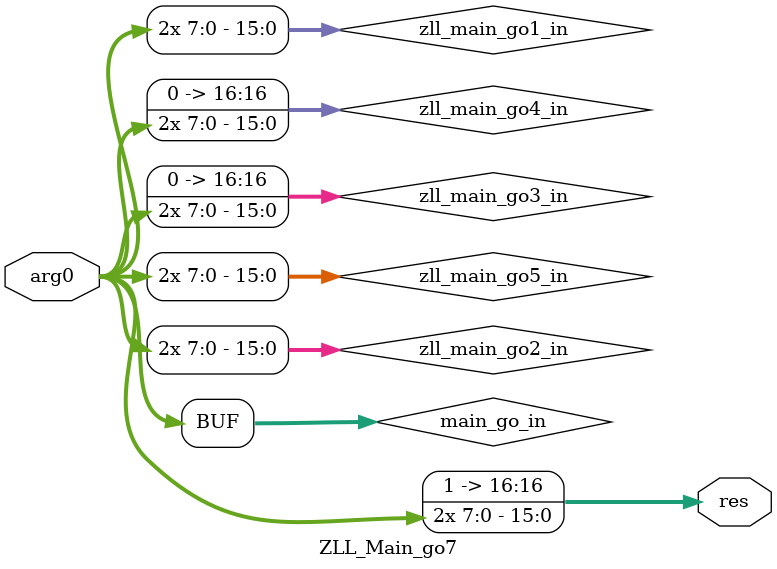
<source format=sv>
module top_level (input logic [0:0] clk,
  input logic [0:0] rst,
  input logic [0:0] __in0,
  output logic [7:0] __out0);
  logic [8:0] zll_main_go_in;
  logic [8:0] zll_main_go7_in;
  logic [16:0] zll_main_go7_out;
  logic [8:0] zll_main_go7_inR1;
  logic [16:0] zll_main_go7_outR1;
  logic [0:0] __continue;
  logic [7:0] __st0;
  logic [7:0] __st0_next;
  assign zll_main_go_in = {__in0, __st0};
  assign zll_main_go7_in = {zll_main_go_in[7:0], zll_main_go_in[8]};
  ZLL_Main_go7  inst (zll_main_go7_in[8:1], zll_main_go7_out);
  assign zll_main_go7_inR1 = {zll_main_go_in[7:0], zll_main_go_in[8]};
  ZLL_Main_go7  instR1 (zll_main_go7_inR1[8:1], zll_main_go7_outR1);
  assign {__continue, __out0, __st0_next} = (zll_main_go7_inR1[0] == 1'h1) ? zll_main_go7_outR1 : zll_main_go7_out;
  initial __st0 <= 8'h00;
  always @ (posedge clk or posedge rst) begin
    if (rst == 1'h1) begin
      __st0 <= 8'h00;
    end else begin
      __st0 <= __st0_next;
    end
  end
endmodule

module ZLL_Main_go7 (input logic [7:0] arg0,
  output logic [16:0] res);
  logic [7:0] main_go_in;
  logic [15:0] zll_main_go2_in;
  logic [15:0] zll_main_go5_in;
  logic [16:0] zll_main_go3_in;
  logic [16:0] zll_main_go4_in;
  logic [15:0] zll_main_go1_in;
  assign main_go_in = arg0;
  assign zll_main_go2_in = {main_go_in[7:0], main_go_in[7:0]};
  assign zll_main_go5_in = zll_main_go2_in[15:0];
  assign zll_main_go3_in = {1'h0, zll_main_go5_in[15:8], zll_main_go5_in[7:0]};
  assign zll_main_go4_in = zll_main_go3_in[16:0];
  assign zll_main_go1_in = {zll_main_go4_in[15:8], zll_main_go4_in[7:0]};
  assign res = {1'h1, zll_main_go1_in[15:8], zll_main_go1_in[7:0]};
endmodule
</source>
